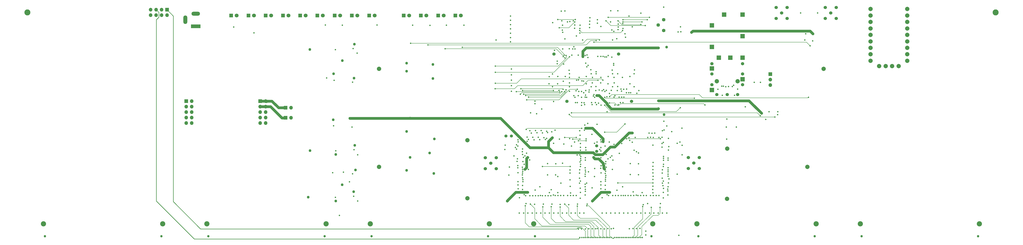
<source format=gbr>
G04 #@! TF.GenerationSoftware,KiCad,Pcbnew,5.1.10-88a1d61d58~88~ubuntu18.04.1*
G04 #@! TF.CreationDate,2021-08-13T15:43:30-04:00*
G04 #@! TF.ProjectId,readout_trenz,72656164-6f75-4745-9f74-72656e7a2e6b,rev?*
G04 #@! TF.SameCoordinates,Original*
G04 #@! TF.FileFunction,Copper,L4,Inr*
G04 #@! TF.FilePolarity,Positive*
%FSLAX46Y46*%
G04 Gerber Fmt 4.6, Leading zero omitted, Abs format (unit mm)*
G04 Created by KiCad (PCBNEW 5.1.10-88a1d61d58~88~ubuntu18.04.1) date 2021-08-13 15:43:30*
%MOMM*%
%LPD*%
G01*
G04 APERTURE LIST*
G04 #@! TA.AperFunction,ComponentPad*
%ADD10R,4.400000X1.800000*%
G04 #@! TD*
G04 #@! TA.AperFunction,ComponentPad*
%ADD11O,4.000000X1.800000*%
G04 #@! TD*
G04 #@! TA.AperFunction,ComponentPad*
%ADD12O,1.800000X4.000000*%
G04 #@! TD*
G04 #@! TA.AperFunction,ComponentPad*
%ADD13O,1.700000X1.700000*%
G04 #@! TD*
G04 #@! TA.AperFunction,ComponentPad*
%ADD14R,1.700000X1.700000*%
G04 #@! TD*
G04 #@! TA.AperFunction,ComponentPad*
%ADD15C,2.000000*%
G04 #@! TD*
G04 #@! TA.AperFunction,ComponentPad*
%ADD16C,1.400000*%
G04 #@! TD*
G04 #@! TA.AperFunction,WasherPad*
%ADD17C,2.794000*%
G04 #@! TD*
G04 #@! TA.AperFunction,WasherPad*
%ADD18C,2.000000*%
G04 #@! TD*
G04 #@! TA.AperFunction,ComponentPad*
%ADD19R,2.000000X2.000000*%
G04 #@! TD*
G04 #@! TA.AperFunction,ComponentPad*
%ADD20C,1.500000*%
G04 #@! TD*
G04 #@! TA.AperFunction,ComponentPad*
%ADD21C,1.620000*%
G04 #@! TD*
G04 #@! TA.AperFunction,ComponentPad*
%ADD22C,1.800000*%
G04 #@! TD*
G04 #@! TA.AperFunction,ComponentPad*
%ADD23R,1.800000X1.800000*%
G04 #@! TD*
G04 #@! TA.AperFunction,ComponentPad*
%ADD24C,1.100000*%
G04 #@! TD*
G04 #@! TA.AperFunction,ComponentPad*
%ADD25C,2.410000*%
G04 #@! TD*
G04 #@! TA.AperFunction,ComponentPad*
%ADD26C,1.524000*%
G04 #@! TD*
G04 #@! TA.AperFunction,ViaPad*
%ADD27C,1.270000*%
G04 #@! TD*
G04 #@! TA.AperFunction,ViaPad*
%ADD28C,0.635000*%
G04 #@! TD*
G04 #@! TA.AperFunction,Conductor*
%ADD29C,1.270000*%
G04 #@! TD*
G04 #@! TA.AperFunction,Conductor*
%ADD30C,0.147320*%
G04 #@! TD*
G04 #@! TA.AperFunction,Conductor*
%ADD31C,0.254000*%
G04 #@! TD*
G04 APERTURE END LIST*
D10*
X183560000Y-110000000D03*
D11*
X183560000Y-104200000D03*
D12*
X178760000Y-107000000D03*
D13*
X215981600Y-144705400D03*
X213441600Y-149785400D03*
X215981600Y-152325400D03*
X213441600Y-147245400D03*
X213441600Y-152325400D03*
X215981600Y-147245400D03*
X215981600Y-154865400D03*
D14*
X213441600Y-144690000D03*
D13*
X215981600Y-149785400D03*
X213441600Y-154865400D03*
X181692200Y-144692400D03*
X179152200Y-149772400D03*
X181692200Y-152312400D03*
X179152200Y-147232400D03*
X179152200Y-152312400D03*
X181692200Y-147232400D03*
X181692200Y-154852400D03*
D14*
X179152200Y-144690000D03*
D13*
X181692200Y-149772400D03*
X179152200Y-154850000D03*
D15*
X513500000Y-102000000D03*
X513500000Y-114000000D03*
X513500000Y-111000000D03*
X513500000Y-123000000D03*
X513500000Y-108000000D03*
X513500000Y-105000000D03*
X513500000Y-117000000D03*
X513500000Y-120000000D03*
X513500000Y-126000000D03*
X496500000Y-114000000D03*
X496500000Y-102000000D03*
X496500000Y-108000000D03*
X496500000Y-105000000D03*
X496500000Y-111000000D03*
X496500000Y-123000000D03*
X496500000Y-117000000D03*
X496500000Y-126000000D03*
X496500000Y-120000000D03*
X500500000Y-128500000D03*
X509500000Y-128500000D03*
X506500000Y-128500000D03*
X503500000Y-128500000D03*
D13*
X450000000Y-137310000D03*
X450000000Y-134770000D03*
D14*
X450000000Y-132230000D03*
D16*
X327460000Y-160900000D03*
X330000000Y-160900000D03*
X369500000Y-168040000D03*
X369500000Y-165500000D03*
D15*
X467230000Y-175200000D03*
X474760000Y-129750000D03*
X429990000Y-190000000D03*
X430010000Y-166740000D03*
X309520000Y-189780000D03*
X309550000Y-162860000D03*
X268610000Y-175230000D03*
X268590000Y-129750000D03*
D17*
X554500000Y-103570000D03*
X105500000Y-103570000D03*
D18*
X425250000Y-135480000D03*
X434850000Y-135480000D03*
D19*
X437175000Y-134580000D03*
X437175000Y-124580000D03*
X437175000Y-114580000D03*
X437175000Y-104580000D03*
D20*
X430050000Y-141680000D03*
X434850000Y-141680000D03*
X425250000Y-141680000D03*
D19*
X422925000Y-139580000D03*
X422925000Y-129580000D03*
X422925000Y-119580000D03*
X422925000Y-109580000D03*
X428600000Y-104580000D03*
X426100000Y-124580000D03*
X431500000Y-124580000D03*
D20*
X422925000Y-137080000D03*
X437175000Y-137080000D03*
X437175000Y-132080000D03*
X437175000Y-127380000D03*
X422925000Y-127380000D03*
X422925000Y-132080000D03*
X379675000Y-122850000D03*
X349725000Y-122850000D03*
X355725000Y-144850000D03*
X385675000Y-144850000D03*
D21*
X400550000Y-111950000D03*
X398050000Y-109450000D03*
X400550000Y-106950000D03*
D22*
X242540000Y-105000000D03*
D23*
X240000000Y-105000000D03*
D13*
X162680000Y-104840000D03*
X162680000Y-102300000D03*
X165220000Y-104840000D03*
X165220000Y-102300000D03*
X167760000Y-104840000D03*
X167760000Y-102300000D03*
X170300000Y-104840000D03*
D14*
X170300000Y-102300000D03*
D24*
X394875000Y-207380000D03*
D25*
X395500000Y-201600000D03*
D24*
X340875000Y-207380000D03*
D25*
X340250000Y-201600000D03*
D23*
X200000000Y-105000000D03*
D22*
X202540000Y-105000000D03*
X226540000Y-105000000D03*
D23*
X224000000Y-105000000D03*
D22*
X210540000Y-105000000D03*
D23*
X208000000Y-105000000D03*
X264000000Y-105000000D03*
D22*
X266540000Y-105000000D03*
X234540000Y-105000000D03*
D23*
X232000000Y-105000000D03*
X216000000Y-105000000D03*
D22*
X218540000Y-105000000D03*
D23*
X256000000Y-105000000D03*
D22*
X258540000Y-105000000D03*
X250540000Y-105000000D03*
D23*
X248000000Y-105000000D03*
D22*
X306540000Y-105000000D03*
D23*
X304000000Y-105000000D03*
X296000000Y-105000000D03*
D22*
X298540000Y-105000000D03*
X290540000Y-105000000D03*
D23*
X288000000Y-105000000D03*
X280000000Y-105000000D03*
D22*
X282540000Y-105000000D03*
D26*
X475520000Y-106390000D03*
X480600000Y-106390000D03*
X480600000Y-101310000D03*
X475520000Y-101310000D03*
X478060000Y-103850000D03*
X455240000Y-103800000D03*
X452700000Y-101260000D03*
X457780000Y-101260000D03*
X457780000Y-106340000D03*
X452700000Y-106340000D03*
X417110000Y-170860000D03*
X412030000Y-170860000D03*
X412030000Y-175940000D03*
X417110000Y-175940000D03*
X414570000Y-173400000D03*
X320350000Y-173480000D03*
X322890000Y-176020000D03*
X317810000Y-176020000D03*
X317810000Y-170940000D03*
X322890000Y-170940000D03*
D14*
X225210001Y-147809999D03*
D13*
X227750001Y-147809999D03*
X227750001Y-152459999D03*
D14*
X225210001Y-152459999D03*
D24*
X546375000Y-207380000D03*
D25*
X547000000Y-201600000D03*
D24*
X492375000Y-207380000D03*
D25*
X491750000Y-201600000D03*
D24*
X470625000Y-207380000D03*
D25*
X471250000Y-201600000D03*
D24*
X416625000Y-207380000D03*
D25*
X416000000Y-201600000D03*
X264500000Y-201600000D03*
D24*
X265125000Y-207380000D03*
D25*
X319750000Y-201600000D03*
D24*
X319125000Y-207380000D03*
X243375000Y-207380000D03*
D25*
X244000000Y-201600000D03*
D24*
X189375000Y-207380000D03*
D25*
X188750000Y-201600000D03*
X113000000Y-201600000D03*
D24*
X113625000Y-207380000D03*
D25*
X168250000Y-201600000D03*
D24*
X167625000Y-207380000D03*
D27*
X251575000Y-125925000D03*
X247475000Y-132025000D03*
X247325000Y-153325000D03*
X248550000Y-169450000D03*
X248500000Y-191000000D03*
D28*
X210600000Y-113100000D03*
X373306300Y-124200000D03*
X432988388Y-137381612D03*
X374093700Y-124200000D03*
X432431612Y-137938388D03*
X377380000Y-128073700D03*
X427474248Y-137752265D03*
X377380000Y-127286300D03*
X428261648Y-137752265D03*
D27*
X363060000Y-124090000D03*
X398110000Y-119980004D03*
D28*
X369470000Y-142080000D03*
X374298831Y-146241169D03*
D27*
X398110000Y-144540000D03*
X445920000Y-150320000D03*
X398110000Y-148200000D03*
D28*
X419730000Y-146480000D03*
X375440000Y-145550000D03*
X414788161Y-143388161D03*
X373193170Y-142955497D03*
X408240000Y-147775661D03*
X373193170Y-146570000D03*
X468500000Y-119100000D03*
X368199998Y-117400000D03*
X368225956Y-141637809D03*
X375536331Y-142600000D03*
X467700000Y-142970000D03*
X361740000Y-208000000D03*
X362440000Y-203965468D03*
X400000000Y-182700000D03*
X399925000Y-180450000D03*
X400475000Y-174025000D03*
X400400000Y-175075000D03*
X400400000Y-189625000D03*
X402780000Y-167420000D03*
X402916402Y-165806402D03*
X333000000Y-183577680D03*
X333000000Y-182022320D03*
X335050000Y-175350000D03*
X364175000Y-178575000D03*
X343427680Y-188500000D03*
X346700000Y-178900000D03*
X346700000Y-173700000D03*
X373880000Y-175340000D03*
X385100000Y-178800000D03*
X385100000Y-173700000D03*
X371420000Y-182032320D03*
X371410000Y-183567680D03*
X381827680Y-188530000D03*
X402575000Y-178575000D03*
X402625000Y-179550000D03*
X364200000Y-179600000D03*
X364190000Y-184415000D03*
X335300000Y-172750000D03*
X373700000Y-172720000D03*
X351450000Y-187175000D03*
X402560000Y-186380000D03*
X402565000Y-184445000D03*
D27*
X257300000Y-165200000D03*
D28*
X364274018Y-186551844D03*
X390580000Y-187130000D03*
D27*
X283000000Y-170800000D03*
X292000000Y-168780000D03*
D28*
X371460000Y-133700000D03*
X356900000Y-132050000D03*
X366933000Y-132050000D03*
X376839000Y-132050000D03*
X386872000Y-132050000D03*
X353725000Y-112821000D03*
X377450000Y-112375000D03*
X381410000Y-133700000D03*
X361410000Y-133700000D03*
X352250000Y-162320000D03*
X400015000Y-158455000D03*
X469625000Y-116800000D03*
D27*
X401925000Y-119700000D03*
D28*
X361600000Y-158460000D03*
X401990000Y-156270000D03*
X400730000Y-158140000D03*
D27*
X400770000Y-150990000D03*
D28*
X357002500Y-162117500D03*
X357800000Y-165530000D03*
D27*
X256975000Y-134025000D03*
D28*
X340890000Y-144750000D03*
X344020000Y-148360000D03*
X351460000Y-133300000D03*
X395580000Y-165140000D03*
X201175000Y-110325000D03*
D27*
X251500000Y-183500000D03*
X337500000Y-187000000D03*
X375500000Y-187000000D03*
X328000000Y-191000000D03*
X367500000Y-191000000D03*
X257675000Y-176675000D03*
D28*
X429770000Y-162330000D03*
X361070000Y-204040002D03*
X442590000Y-136000000D03*
X445430000Y-135980000D03*
X453465000Y-149675000D03*
D27*
X256790000Y-186750000D03*
D28*
X354752680Y-124650000D03*
X354210002Y-127580000D03*
X364925000Y-128850000D03*
X364425000Y-127075000D03*
X361061000Y-163068000D03*
X364617000Y-163068000D03*
X359431830Y-120550000D03*
X359283000Y-163703000D03*
X358925000Y-119500000D03*
X361696000Y-162306000D03*
X358394000Y-162306000D03*
X358395498Y-120475000D03*
X357950000Y-123375000D03*
X359975000Y-161575000D03*
X354711000Y-161544000D03*
X337225000Y-161385000D03*
X358930000Y-142190000D03*
X337875000Y-162525000D03*
X359450000Y-142920000D03*
X338525000Y-158415000D03*
X359718087Y-145371830D03*
X339180000Y-159520000D03*
X360530000Y-145371830D03*
X339825000Y-161505000D03*
X362445024Y-142960161D03*
X340475000Y-162685000D03*
X362540000Y-145440000D03*
X341125000Y-158385000D03*
X363690000Y-145530000D03*
X341780000Y-159400000D03*
X363920093Y-146300081D03*
X342430000Y-161470000D03*
X364133642Y-142829181D03*
X343075000Y-162595000D03*
X364878490Y-142990000D03*
X343725000Y-158375000D03*
X367100569Y-145389962D03*
X344370000Y-159460000D03*
X367400000Y-146340000D03*
X345020000Y-161620000D03*
X367950002Y-142380000D03*
X345680000Y-162510000D03*
X368540000Y-142980000D03*
X346325000Y-158655000D03*
X368920000Y-145400000D03*
X346720000Y-159330000D03*
X369450000Y-146341830D03*
X399770000Y-166070000D03*
X406850000Y-164275000D03*
X335250000Y-177250000D03*
X329050000Y-175250000D03*
X328800000Y-179050000D03*
X335064946Y-178948306D03*
X362075000Y-174025000D03*
X363475000Y-207995000D03*
X338535000Y-188555000D03*
X376925000Y-188515000D03*
X377895000Y-207995000D03*
X364290000Y-204030000D03*
X336700000Y-192230000D03*
X339840000Y-188555000D03*
X364275000Y-207985000D03*
X336420000Y-193280000D03*
X378230000Y-188515000D03*
X378695000Y-207985000D03*
X365065000Y-207995000D03*
X341135000Y-188555000D03*
X379525000Y-188515000D03*
X379485000Y-207995000D03*
X365870000Y-203940000D03*
X340680000Y-192530000D03*
X342440000Y-188555000D03*
X365865000Y-207985000D03*
X338800000Y-192510000D03*
X380830000Y-188515000D03*
X380285000Y-207985000D03*
X366665000Y-207995000D03*
X344365000Y-188555000D03*
X382755000Y-188515000D03*
X381085000Y-207995000D03*
X367480000Y-203950000D03*
X344780000Y-192520000D03*
X345670000Y-188555000D03*
X367465000Y-207985000D03*
X344510000Y-193720000D03*
X384060000Y-188515000D03*
X381885000Y-207985000D03*
X368255000Y-207995000D03*
X346965000Y-188555000D03*
X385355000Y-188515000D03*
X382675000Y-207995000D03*
X369010000Y-203940000D03*
X348765000Y-192515000D03*
X348270000Y-188555000D03*
X369055000Y-207985000D03*
X348440000Y-193650000D03*
X386660000Y-188515000D03*
X383475000Y-207985000D03*
X370675000Y-207995000D03*
X350245000Y-188525000D03*
X388635000Y-188485000D03*
X385095000Y-207995000D03*
X371475000Y-203950000D03*
X352540000Y-192620000D03*
X391090000Y-192730000D03*
X386307680Y-203830000D03*
X351550000Y-188525000D03*
X371475000Y-207985000D03*
X352530000Y-193810000D03*
X389940000Y-188485000D03*
X385895000Y-207985000D03*
X390850000Y-193610000D03*
X372265000Y-207995000D03*
X352845000Y-188525000D03*
X391235000Y-188485000D03*
X386685000Y-207995000D03*
X373080000Y-203960000D03*
X356550000Y-192690000D03*
X393080000Y-192190000D03*
X387937680Y-203800000D03*
X354150000Y-188525000D03*
X373065000Y-207985000D03*
X354720000Y-192515000D03*
X392540000Y-188485000D03*
X394790000Y-194010000D03*
X387485000Y-207985000D03*
X373865000Y-207995000D03*
X356075000Y-188525000D03*
X394465000Y-188485000D03*
X388285000Y-207995000D03*
X360620000Y-192510000D03*
X374665000Y-203865000D03*
X399010000Y-192200000D03*
X389593840Y-203743840D03*
X357380000Y-188525000D03*
X360530000Y-193420000D03*
X374665000Y-207985000D03*
X395770000Y-188485000D03*
X389085000Y-207985000D03*
X398860000Y-194000000D03*
X358675000Y-188525000D03*
X375455000Y-207995000D03*
X397065000Y-188485000D03*
X389875000Y-207995000D03*
X376270000Y-203920000D03*
X365130000Y-192515000D03*
X359980000Y-188525000D03*
X376255000Y-207985000D03*
X364940000Y-193280000D03*
X398370000Y-188485000D03*
X390675000Y-207985000D03*
X365525000Y-128100000D03*
X369275000Y-131100000D03*
X364983006Y-123295985D03*
X364200000Y-123540000D03*
X370130000Y-135040000D03*
X322460000Y-139000000D03*
X370330000Y-145650006D03*
X372410000Y-134970000D03*
X322490000Y-136400000D03*
X371500000Y-146590000D03*
X322480000Y-131380000D03*
X356849998Y-124180000D03*
X355231892Y-123591830D03*
X322470000Y-128450000D03*
X393175000Y-161545000D03*
X379450000Y-146304000D03*
X393825000Y-159585000D03*
X379950000Y-142848170D03*
X394475000Y-161525000D03*
X380510000Y-145401830D03*
X395120000Y-159590000D03*
X381060000Y-142848170D03*
X395775000Y-161575000D03*
X381660000Y-145401830D03*
X396425000Y-159555000D03*
X382100000Y-142870000D03*
X398375000Y-161575000D03*
X402800000Y-162000000D03*
X400420000Y-163842320D03*
X361820000Y-172950000D03*
X347585000Y-187165000D03*
X371470000Y-185360000D03*
X343150000Y-184450000D03*
X333100000Y-185350000D03*
X335100000Y-180250000D03*
X362100000Y-172150000D03*
X364180000Y-188250000D03*
X354290000Y-164620000D03*
X400630000Y-154040000D03*
X381550000Y-184450000D03*
X400500000Y-172150000D03*
X373500000Y-178250000D03*
X337850000Y-176400000D03*
X402560000Y-188280000D03*
X402625000Y-177475000D03*
X406850000Y-178600000D03*
X364205000Y-183275000D03*
X337560000Y-196620000D03*
X333560000Y-196620000D03*
X341560000Y-196610000D03*
X345560000Y-196610000D03*
X339610000Y-196640000D03*
X335610000Y-196640000D03*
X343610000Y-196630000D03*
X347610000Y-196630000D03*
X353610000Y-196650000D03*
X355610000Y-196650000D03*
X349610000Y-196650000D03*
X357610000Y-196640000D03*
X359610000Y-196640000D03*
X361610000Y-196640000D03*
X363610000Y-196640000D03*
X351610000Y-196650000D03*
X376010000Y-196660000D03*
X378010000Y-196660000D03*
X388010000Y-196650000D03*
X372010000Y-196660000D03*
X396010000Y-196640000D03*
X400010000Y-196640000D03*
X398010000Y-196640000D03*
X394010000Y-196650000D03*
X380010000Y-196650000D03*
X382010000Y-196650000D03*
X384010000Y-196650000D03*
X386010000Y-196650000D03*
X374010000Y-196660000D03*
X392010000Y-196650000D03*
X390010000Y-196650000D03*
X402010000Y-196640000D03*
X350500000Y-173750000D03*
X372040000Y-189490000D03*
X388900000Y-178850000D03*
X388900000Y-173750000D03*
X333680000Y-189530000D03*
X369865000Y-207985000D03*
X384285000Y-207995000D03*
X384667680Y-203870000D03*
X349430000Y-188241000D03*
X387830000Y-188301000D03*
X395600000Y-176450000D03*
X395600000Y-178025000D03*
X395550000Y-181075000D03*
X357175000Y-176625000D03*
X357150000Y-178125000D03*
X357150000Y-181200000D03*
X335550000Y-170800000D03*
X361823000Y-160528000D03*
X371478000Y-170945000D03*
X387350000Y-161544000D03*
X367284000Y-160147000D03*
X369705000Y-155456000D03*
X356743000Y-130429000D03*
X366801000Y-130200000D03*
X369219000Y-132050000D03*
X376682000Y-130302000D03*
X379252000Y-132050000D03*
X377600000Y-136300000D03*
X377571000Y-133700000D03*
X389028000Y-139800000D03*
X379068000Y-139800000D03*
X379250000Y-137950000D03*
X369035000Y-139800000D03*
X369189000Y-137922000D03*
X361061000Y-134874000D03*
X360172000Y-135001000D03*
X367440000Y-136300000D03*
X367569000Y-133700000D03*
X348996000Y-132080000D03*
X347472000Y-133350000D03*
X347424000Y-136700000D03*
X348996000Y-138049000D03*
X374729000Y-136700000D03*
X374854000Y-133300000D03*
X384887000Y-133300000D03*
X384889000Y-136700000D03*
X364667000Y-133300000D03*
X364665000Y-136700000D03*
X354915000Y-133300000D03*
X408345000Y-110295000D03*
X400585000Y-101120000D03*
X356899991Y-136300000D03*
X356899991Y-133700000D03*
X356899991Y-140125000D03*
X360075000Y-114525000D03*
X354775000Y-115850000D03*
X353110000Y-102965000D03*
X363000000Y-116350000D03*
X353625000Y-109525000D03*
X353600000Y-111800000D03*
X361825000Y-109471000D03*
X361675000Y-111000000D03*
X361675000Y-113125000D03*
X366325000Y-106005000D03*
X366300000Y-107655000D03*
X366200000Y-109070000D03*
X369825000Y-107000000D03*
X378800000Y-115800000D03*
X371475000Y-110100000D03*
X376525000Y-111700000D03*
X384500000Y-105265000D03*
X390000000Y-103900000D03*
X379500000Y-109030000D03*
X381660000Y-111000000D03*
X382600000Y-113450000D03*
X434290000Y-156730000D03*
X429600000Y-156770000D03*
X386994000Y-130288170D03*
X349900000Y-121180000D03*
X329550000Y-105240000D03*
X329550000Y-107240000D03*
X329550000Y-109240000D03*
X329550000Y-111240000D03*
X329550000Y-113240000D03*
X329550000Y-115240000D03*
X329550000Y-117240000D03*
X329980000Y-129820000D03*
X329980000Y-132520000D03*
X329980000Y-135020000D03*
X329980000Y-140120000D03*
X434870000Y-139180000D03*
X425720000Y-139200000D03*
X376900000Y-116381830D03*
X329970000Y-137540000D03*
X409030000Y-157250000D03*
X353720000Y-120510000D03*
X356840000Y-120420000D03*
X375348170Y-163700000D03*
X337213914Y-163386087D03*
X332320000Y-166970000D03*
X332611000Y-172640000D03*
X335920000Y-174020000D03*
X332960000Y-174630000D03*
X332920000Y-175600000D03*
X335140000Y-183830000D03*
X364350000Y-177560000D03*
X364200000Y-175650000D03*
X371411000Y-167860000D03*
X373639000Y-173760000D03*
X371525000Y-174675000D03*
X371330000Y-175860000D03*
X373510000Y-183790000D03*
X402469000Y-185510000D03*
X400210000Y-183900000D03*
X402770000Y-182680000D03*
X402580000Y-176620000D03*
X402579000Y-175650000D03*
X402620000Y-171100000D03*
X399770000Y-161450000D03*
X333021000Y-162650000D03*
X335040000Y-168190000D03*
X371390000Y-162670000D03*
X364220000Y-176690000D03*
X360950000Y-123370000D03*
X365440000Y-124480000D03*
X372420000Y-123960000D03*
X371420000Y-124000000D03*
X369990000Y-124000002D03*
X374826000Y-123530000D03*
X376530000Y-124360000D03*
X248300000Y-120810000D03*
X256525000Y-120325000D03*
X258440000Y-122430000D03*
X244290000Y-133970000D03*
X256340000Y-135930000D03*
X247720000Y-135100000D03*
X256035000Y-156775000D03*
X247490000Y-156190000D03*
X248500000Y-167740000D03*
X256970000Y-167250000D03*
X258640000Y-169650000D03*
X256325000Y-178425000D03*
X254830000Y-182110000D03*
X248370000Y-189320000D03*
X256800000Y-188820000D03*
X258690000Y-191030000D03*
D27*
X235710000Y-189250000D03*
X236560000Y-167700000D03*
X236450000Y-120780000D03*
D28*
X250237500Y-197762500D03*
X377960000Y-146499986D03*
X466475000Y-113475000D03*
X464075000Y-103860000D03*
X471905000Y-103850000D03*
X466000000Y-116400000D03*
X247075000Y-177925000D03*
X252070000Y-177700000D03*
X362670000Y-208000000D03*
X392280000Y-205000000D03*
X392300000Y-206800000D03*
X365670000Y-177470000D03*
X346290000Y-161960000D03*
X378875000Y-186085000D03*
X340975000Y-185995000D03*
X367420000Y-184980000D03*
X366175000Y-110595000D03*
X364290000Y-185650000D03*
X357200000Y-184230000D03*
X395610000Y-184150000D03*
X379450000Y-110370000D03*
X359310000Y-109436000D03*
X364235000Y-172075000D03*
X362060000Y-171270000D03*
X364236000Y-170941966D03*
X402615000Y-172075000D03*
X400460000Y-171250000D03*
X384470000Y-161630000D03*
X333020000Y-177940000D03*
X335110000Y-178120000D03*
X335265000Y-181175000D03*
X371500000Y-177960000D03*
X373579000Y-181820000D03*
X373560000Y-180940000D03*
X373640000Y-180020000D03*
X335280000Y-182050000D03*
X350160000Y-158210000D03*
X348630000Y-158930000D03*
X386040000Y-163768170D03*
X374350000Y-149600000D03*
X377290000Y-203700000D03*
X377089998Y-208349998D03*
X369840002Y-203850000D03*
X385980000Y-110270000D03*
X376005000Y-102785000D03*
X369810000Y-108550000D03*
X379285000Y-102795000D03*
X382905000Y-115095000D03*
X349080000Y-108300000D03*
X354770000Y-102920000D03*
X409150000Y-169660000D03*
X360930000Y-142170000D03*
X449455000Y-149675000D03*
X362450000Y-146650000D03*
X364360000Y-141970000D03*
X374226708Y-142653045D03*
X438438170Y-147315000D03*
X243700000Y-109460000D03*
X251550000Y-109510000D03*
X267650000Y-109450000D03*
X284150000Y-109530000D03*
X292160000Y-109560000D03*
X299830000Y-109520000D03*
X307940000Y-109510000D03*
X338845000Y-150115000D03*
X341645000Y-150535000D03*
X340900000Y-145930000D03*
X429850000Y-153020000D03*
X386420000Y-186770000D03*
X453375000Y-150975000D03*
X447900000Y-153200000D03*
X350450000Y-178900000D03*
X326905000Y-167195000D03*
X376805000Y-176365000D03*
X353975000Y-135525000D03*
D27*
X293950000Y-178250000D03*
X281355000Y-176800000D03*
X293550000Y-134250000D03*
X281400000Y-130855000D03*
X281355000Y-158800000D03*
X294250000Y-162250000D03*
D28*
X335925000Y-188079510D03*
X374325000Y-188079510D03*
X348940000Y-161630000D03*
X386025000Y-159425000D03*
D27*
X255000000Y-152700000D03*
X283000000Y-152600000D03*
X292000000Y-152700000D03*
D28*
X373500000Y-185725000D03*
X400375000Y-181825000D03*
X395479000Y-185675000D03*
X381650000Y-108000000D03*
X390475000Y-108000000D03*
X381675000Y-107000000D03*
X395600000Y-174975000D03*
X392975000Y-107000000D03*
X430650000Y-137980000D03*
X433450000Y-141980000D03*
X359300000Y-108000000D03*
X352125000Y-110700000D03*
X348450000Y-185750000D03*
X407575000Y-206925000D03*
X407250000Y-112625000D03*
X354040000Y-124040000D03*
X299220000Y-120430000D03*
X354460000Y-123390000D03*
X307210000Y-119790000D03*
X369220000Y-116620000D03*
X291290000Y-118620000D03*
X377550253Y-142882034D03*
X370800000Y-116370000D03*
X283232491Y-117877509D03*
X377940000Y-142190000D03*
X399770000Y-164330000D03*
X408100000Y-163675000D03*
X388874000Y-168783000D03*
X388112000Y-141121830D03*
X386831839Y-167502839D03*
X384358598Y-140819337D03*
X387985000Y-168148000D03*
X385270685Y-140819337D03*
X376500000Y-170125000D03*
X383349500Y-139128500D03*
X384810000Y-162941000D03*
X381000000Y-140080998D03*
X381127000Y-164338000D03*
X382025000Y-139183000D03*
X382618161Y-155288161D03*
X373201830Y-159131000D03*
X383274339Y-162167339D03*
X399025000Y-162170000D03*
X383286000Y-140819337D03*
X377582844Y-164757835D03*
X380725000Y-139171000D03*
X379984000Y-168910000D03*
X381550000Y-112000000D03*
X361650000Y-112000000D03*
X381600000Y-108780000D03*
X374980000Y-188510000D03*
X399925000Y-178125000D03*
X399995000Y-176595000D03*
X403000000Y-180800000D03*
X400450000Y-185225000D03*
X395607000Y-187200000D03*
X379425000Y-107500000D03*
X390000000Y-109125000D03*
X374850000Y-105850000D03*
X395625000Y-173175000D03*
X394000000Y-105850000D03*
X373850000Y-107500000D03*
X392043161Y-109643161D03*
X395625000Y-179575000D03*
X375950000Y-108000000D03*
X395550000Y-182625000D03*
X379350000Y-182625000D03*
X429350000Y-138020000D03*
X427745000Y-141975000D03*
X361870000Y-185070000D03*
X358675000Y-107475000D03*
X357350000Y-187300000D03*
X357025000Y-107800000D03*
X353625000Y-173550000D03*
X400375000Y-187025000D03*
X361575000Y-182700000D03*
X361525000Y-180450000D03*
X361850000Y-189787680D03*
X361975000Y-187025000D03*
X377063000Y-172085000D03*
X376260117Y-139740883D03*
X374781839Y-171445161D03*
X373989371Y-139771886D03*
X375818161Y-170789839D03*
X375412000Y-141138397D03*
X373943161Y-169489839D03*
X373332334Y-140270542D03*
X370675000Y-139522320D03*
X370900000Y-167200000D03*
X371425000Y-166225000D03*
X372025000Y-139900000D03*
X372675000Y-139350000D03*
X373400004Y-165575000D03*
X445330000Y-151470000D03*
X357790000Y-150160000D03*
X356810000Y-150910000D03*
X452150000Y-152130000D03*
X335100000Y-185725000D03*
X336580000Y-188550000D03*
X361975000Y-181825000D03*
X361525000Y-178125000D03*
X361595000Y-176595000D03*
X364800000Y-182700000D03*
X359550000Y-106875000D03*
X351425000Y-106875000D03*
X344325000Y-175050000D03*
X357200000Y-175075000D03*
X353300000Y-107500000D03*
X351450000Y-179675000D03*
X355925000Y-108000000D03*
X352875000Y-182700000D03*
X362000000Y-175075000D03*
X364450000Y-166225000D03*
X364530000Y-167420000D03*
X361940000Y-166120000D03*
X368450000Y-164300000D03*
X361940000Y-164380000D03*
X369700000Y-163675000D03*
X368550000Y-175950000D03*
X373625000Y-177275000D03*
X373700000Y-179150000D03*
X368500000Y-179700000D03*
X355275000Y-139502000D03*
X338455000Y-171958000D03*
X337947000Y-142875000D03*
X353950000Y-139250000D03*
X332740000Y-171450000D03*
X334391000Y-138938000D03*
X354625000Y-140294000D03*
X336550000Y-142113000D03*
X336232501Y-170116501D03*
X331125000Y-170150000D03*
X353325000Y-140324000D03*
X335153000Y-169439500D03*
X335661000Y-141478000D03*
X337016000Y-168825000D03*
X337058000Y-144145000D03*
X360553000Y-139192000D03*
X335125010Y-166875000D03*
X335100000Y-139775000D03*
X349450000Y-139775000D03*
X332250000Y-140325004D03*
X331824990Y-166225000D03*
X352044000Y-139700000D03*
X352298000Y-140462000D03*
X334137000Y-141478000D03*
X332900000Y-165575000D03*
X332350000Y-164925000D03*
X349504000Y-144907000D03*
X349500000Y-164275000D03*
X336804000Y-157861000D03*
X361188000Y-140208000D03*
X362525004Y-157300000D03*
X362450000Y-140200000D03*
X363817155Y-158205949D03*
X364625000Y-162275000D03*
X363516098Y-140861830D03*
X362000000Y-167525000D03*
X364391099Y-139783903D03*
X360450000Y-169684011D03*
X365930000Y-140500000D03*
X366050000Y-139550000D03*
X361708120Y-169686939D03*
X362625000Y-135350000D03*
X364000000Y-155780000D03*
X363400000Y-135375000D03*
X365357499Y-155081839D03*
X356900000Y-138019000D03*
X366933000Y-138019000D03*
X376839000Y-138019000D03*
X386872000Y-138019000D03*
X408510000Y-112535000D03*
X404275000Y-158875000D03*
X359960000Y-139870000D03*
X379430000Y-111500000D03*
X409150000Y-165220000D03*
X469725000Y-113450000D03*
D27*
X413475000Y-112825000D03*
D28*
X364363669Y-157275000D03*
X371390000Y-136300000D03*
X351390000Y-136700000D03*
X327045000Y-165145000D03*
X335100000Y-176327680D03*
X333100000Y-163600000D03*
X362100000Y-170400000D03*
X373500000Y-176327680D03*
X400500000Y-170400000D03*
X351250000Y-126220000D03*
X351230000Y-127400000D03*
X322870000Y-116340000D03*
D27*
X257165000Y-118275000D03*
D28*
X371490000Y-163590000D03*
D27*
X281355000Y-127100000D03*
X293550000Y-127750000D03*
X337490000Y-170820000D03*
X368040000Y-170830000D03*
D28*
X359220000Y-110910000D03*
D29*
X363060000Y-124090000D02*
X363060000Y-121580000D01*
X363060000Y-121580000D02*
X364659996Y-119980004D01*
X364659996Y-119980004D02*
X397211975Y-119980004D01*
X397211975Y-119980004D02*
X398110000Y-119980004D01*
X369470000Y-142080000D02*
X369470000Y-142080000D01*
X398110000Y-144540000D02*
X440140000Y-144540000D01*
X440140000Y-144540000D02*
X445920000Y-150320000D01*
X445920000Y-150320000D02*
X445920000Y-150320000D01*
X374298831Y-146241169D02*
X374298831Y-145792157D01*
X374298831Y-145792157D02*
X370586674Y-142080000D01*
X369919012Y-142080000D02*
X369470000Y-142080000D01*
X370586674Y-142080000D02*
X369919012Y-142080000D01*
X397972999Y-148337001D02*
X376394663Y-148337001D01*
X376394663Y-148337001D02*
X374298831Y-146241169D01*
X398110000Y-148200000D02*
X397972999Y-148337001D01*
D30*
X380626879Y-145920000D02*
X379673918Y-146872961D01*
X379176482Y-146872961D02*
X377853521Y-145550000D01*
X375889012Y-145550000D02*
X375440000Y-145550000D01*
X419170000Y-145920000D02*
X380626879Y-145920000D01*
X379673918Y-146872961D02*
X379176482Y-146872961D01*
X377853521Y-145550000D02*
X375889012Y-145550000D01*
X419730000Y-146480000D02*
X419170000Y-145920000D01*
X414788161Y-143388161D02*
X414788161Y-143388161D01*
X414788161Y-143388161D02*
X414788161Y-143388161D01*
X377798971Y-143400195D02*
X373637868Y-143400195D01*
X377811005Y-143388161D02*
X377798971Y-143400195D01*
X373637868Y-143400195D02*
X373510669Y-143272996D01*
X373510669Y-143272996D02*
X373193170Y-142955497D01*
X414788161Y-143388161D02*
X377811005Y-143388161D01*
X373510669Y-146887499D02*
X373193170Y-146570000D01*
X376183170Y-149560000D02*
X373510669Y-146887499D01*
X408240000Y-147775661D02*
X406455661Y-149560000D01*
X406455661Y-149560000D02*
X376183170Y-149560000D01*
X468500000Y-119100000D02*
X468500000Y-119100000D01*
X466800000Y-117400000D02*
X368199998Y-117400000D01*
X468500000Y-119100000D02*
X466800000Y-117400000D01*
X467700000Y-142970000D02*
X467700000Y-142970000D01*
X375853830Y-142282501D02*
X375536331Y-142600000D01*
X376496331Y-141640000D02*
X375853830Y-142282501D01*
X417040000Y-141640000D02*
X376496331Y-141640000D01*
X418600000Y-143200000D02*
X417040000Y-141640000D01*
X467470000Y-143200000D02*
X418600000Y-143200000D01*
X467700000Y-142970000D02*
X467470000Y-143200000D01*
D31*
X166500000Y-103590000D02*
X165240000Y-102330000D01*
X166500000Y-105810000D02*
X166500000Y-103590000D01*
X165310000Y-107000000D02*
X166500000Y-105810000D01*
X182900000Y-208610000D02*
X165310000Y-191020000D01*
X165310000Y-191020000D02*
X165310000Y-107000000D01*
X361130000Y-208610000D02*
X182900000Y-208610000D01*
X361740000Y-208000000D02*
X361130000Y-208610000D01*
X362122501Y-203647969D02*
X362440000Y-203965468D01*
X361923031Y-203448499D02*
X362122501Y-203647969D01*
X360278710Y-203965468D02*
X360795679Y-203448499D01*
X185805468Y-203965468D02*
X360278710Y-203965468D01*
X173140000Y-191300000D02*
X185805468Y-203965468D01*
X360795679Y-203448499D02*
X361923031Y-203448499D01*
X173140000Y-105240000D02*
X173140000Y-191300000D01*
X170240000Y-102340000D02*
X173140000Y-105240000D01*
D29*
X328634999Y-190365001D02*
X328000000Y-191000000D01*
X332000000Y-187000000D02*
X328634999Y-190365001D01*
X337500000Y-187000000D02*
X332000000Y-187000000D01*
X371500000Y-187000000D02*
X368134999Y-190365001D01*
X375500000Y-187000000D02*
X371500000Y-187000000D01*
X368134999Y-190365001D02*
X367500000Y-191000000D01*
D30*
X359625000Y-120550000D02*
X359625000Y-120550000D01*
X361510012Y-163068000D02*
X364617000Y-163068000D01*
X361061000Y-163068000D02*
X361510012Y-163068000D01*
X359000000Y-119525000D02*
X359000000Y-119525000D01*
X358394000Y-162306000D02*
X361696000Y-162306000D01*
X359944000Y-161544000D02*
X359975000Y-161575000D01*
X354711000Y-161544000D02*
X359944000Y-161544000D01*
X364275000Y-207535988D02*
X364275000Y-207985000D01*
X364275000Y-205028121D02*
X364275000Y-207535988D01*
X362336879Y-203090000D02*
X364275000Y-205028121D01*
X338270000Y-203090000D02*
X362336879Y-203090000D01*
X336420000Y-201240000D02*
X338270000Y-203090000D01*
X336420000Y-193280000D02*
X336420000Y-201240000D01*
X365547501Y-207667501D02*
X365865000Y-207985000D01*
X365351839Y-203901839D02*
X365351839Y-207471839D01*
X364050000Y-202600000D02*
X365351839Y-203901839D01*
X344140000Y-202600000D02*
X364050000Y-202600000D01*
X365351839Y-207471839D02*
X365547501Y-207667501D01*
X340820000Y-199280000D02*
X344140000Y-202600000D01*
X340820000Y-194530000D02*
X340820000Y-199280000D01*
X338800000Y-192510000D02*
X340820000Y-194530000D01*
X366790000Y-202910000D02*
X366790000Y-207310000D01*
X365790000Y-201910000D02*
X366790000Y-202910000D01*
X347850000Y-201910000D02*
X365790000Y-201910000D01*
X344510000Y-198570000D02*
X347850000Y-201910000D01*
X366790000Y-207310000D02*
X367465000Y-207985000D01*
X344510000Y-193720000D02*
X344510000Y-198570000D01*
X368240000Y-207170000D02*
X369055000Y-207985000D01*
X366410000Y-201110000D02*
X368240000Y-202940000D01*
X350450000Y-201110000D02*
X366410000Y-201110000D01*
X368240000Y-202940000D02*
X368240000Y-207170000D01*
X348440000Y-199100000D02*
X350450000Y-201110000D01*
X348440000Y-193650000D02*
X348440000Y-199100000D01*
X371157501Y-207667501D02*
X371475000Y-207985000D01*
X367376879Y-200570000D02*
X370418161Y-203611282D01*
X370418161Y-206928161D02*
X371157501Y-207667501D01*
X355030000Y-200570000D02*
X367376879Y-200570000D01*
X352530000Y-198070000D02*
X355030000Y-200570000D01*
X370418161Y-203611282D02*
X370418161Y-206928161D01*
X352530000Y-193810000D02*
X352530000Y-198070000D01*
X390850000Y-193610000D02*
X390850000Y-199310000D01*
X390850000Y-199310000D02*
X386960000Y-203200000D01*
X386960000Y-206920000D02*
X385895000Y-207985000D01*
X386960000Y-203200000D02*
X386960000Y-206920000D01*
X356550000Y-197670000D02*
X356550000Y-194345000D01*
X358780000Y-199900000D02*
X356550000Y-197670000D01*
X369020000Y-199900000D02*
X358780000Y-199900000D01*
X356550000Y-194345000D02*
X354720000Y-192515000D01*
X372340000Y-203220000D02*
X369020000Y-199900000D01*
X372340000Y-207260000D02*
X372340000Y-203220000D01*
X373065000Y-207985000D02*
X372340000Y-207260000D01*
X394790000Y-194010000D02*
X394790000Y-196950000D01*
X394790000Y-196950000D02*
X388580000Y-203160000D01*
X388580000Y-206890000D02*
X387485000Y-207985000D01*
X388580000Y-203160000D02*
X388580000Y-206890000D01*
X374665000Y-207985000D02*
X373980000Y-207300000D01*
X373980000Y-207300000D02*
X373980000Y-203180000D01*
X373980000Y-203180000D02*
X369860000Y-199060000D01*
X369860000Y-199060000D02*
X361890000Y-199060000D01*
X360530000Y-197700000D02*
X360530000Y-193420000D01*
X361890000Y-199060000D02*
X360530000Y-197700000D01*
X389085000Y-207985000D02*
X390440000Y-206630000D01*
X390440000Y-206630000D02*
X390440000Y-202910000D01*
X390440000Y-202910000D02*
X395660000Y-197690000D01*
X395660000Y-197690000D02*
X397940000Y-197690000D01*
X397940000Y-197690000D02*
X398860000Y-196770000D01*
X398860000Y-196770000D02*
X398860000Y-194000000D01*
X398860000Y-194000000D02*
X398860000Y-194000000D01*
X376255000Y-207985000D02*
X375470000Y-207200000D01*
X375470000Y-207200000D02*
X375470000Y-202860000D01*
X365890000Y-193280000D02*
X364940000Y-193280000D01*
X375470000Y-202860000D02*
X365890000Y-193280000D01*
X365558121Y-135040000D02*
X363097282Y-137500839D01*
X370130000Y-135040000D02*
X365558121Y-135040000D01*
X322460000Y-139000000D02*
X322460000Y-139000000D01*
X363097282Y-137500839D02*
X332859161Y-137500839D01*
X332859161Y-137500839D02*
X331360000Y-139000000D01*
X331360000Y-139000000D02*
X322460000Y-139000000D01*
X372410000Y-134970000D02*
X371795839Y-134355839D01*
X322490000Y-136400000D02*
X322490000Y-136400000D01*
X371795839Y-134355839D02*
X334424161Y-134355839D01*
X332380000Y-136400000D02*
X322490000Y-136400000D01*
X334424161Y-134355839D02*
X332380000Y-136400000D01*
X322480000Y-131380000D02*
X322480000Y-131380000D01*
X349650000Y-131380000D02*
X349900000Y-131130000D01*
X322480000Y-131380000D02*
X349650000Y-131380000D01*
X349649998Y-131380000D02*
X349900000Y-131130000D01*
X356532499Y-124497499D02*
X356849998Y-124180000D01*
X349900000Y-131130000D02*
X356532499Y-124497499D01*
X355549391Y-124620168D02*
X351719559Y-128450000D01*
X355549391Y-123909329D02*
X355549391Y-124620168D01*
X355231892Y-123591830D02*
X355549391Y-123909329D01*
X351719559Y-128450000D02*
X322470000Y-128450000D01*
X322470000Y-128450000D02*
X322470000Y-128450000D01*
D29*
X347140000Y-166290000D02*
X347140000Y-166290000D01*
X325001169Y-152700000D02*
X338591169Y-166290000D01*
X255000000Y-152700000D02*
X292000000Y-152700000D01*
X338591169Y-166290000D02*
X347140000Y-166290000D01*
X347140000Y-163430000D02*
X348940000Y-161630000D01*
X347140000Y-166290000D02*
X347140000Y-163430000D01*
X292000000Y-152700000D02*
X325001169Y-152700000D01*
X349454501Y-168604501D02*
X367900739Y-168604501D01*
X368798239Y-169502001D02*
X372333337Y-169502001D01*
X347140000Y-166290000D02*
X349454501Y-168604501D01*
X367900739Y-168604501D02*
X368798239Y-169502001D01*
X385575988Y-159425000D02*
X386025000Y-159425000D01*
X372333337Y-169502001D02*
X375830837Y-166004501D01*
X375830837Y-166004501D02*
X377862837Y-166004501D01*
X377862837Y-166004501D02*
X384442338Y-159425000D01*
X384442338Y-159425000D02*
X385575988Y-159425000D01*
D30*
X382099012Y-108000000D02*
X381650000Y-108000000D01*
X390475000Y-108000000D02*
X382099012Y-108000000D01*
X381675000Y-107000000D02*
X392975000Y-107000000D01*
X392975000Y-107000000D02*
X392975000Y-107000000D01*
X356600000Y-110700000D02*
X359300000Y-108000000D01*
X352125000Y-110700000D02*
X356600000Y-110700000D01*
X407575000Y-206925000D02*
X407575000Y-206925000D01*
X354040000Y-123736879D02*
X350733121Y-120430000D01*
X354040000Y-124040000D02*
X354040000Y-123736879D01*
X350733121Y-120430000D02*
X299220000Y-120430000D01*
X299220000Y-120430000D02*
X299220000Y-120430000D01*
X354460000Y-122940988D02*
X351309012Y-119790000D01*
X354460000Y-123390000D02*
X354460000Y-122940988D01*
X351309012Y-119790000D02*
X307210000Y-119790000D01*
X307210000Y-119790000D02*
X307210000Y-119790000D01*
X364710000Y-118620000D02*
X291290000Y-118620000D01*
X366710000Y-116620000D02*
X364710000Y-118620000D01*
X369220000Y-116620000D02*
X366710000Y-116620000D01*
X291290000Y-118620000D02*
X291191839Y-118620000D01*
X370482501Y-116052501D02*
X365047499Y-116052501D01*
X370800000Y-116370000D02*
X370482501Y-116052501D01*
X363222491Y-117877509D02*
X283232491Y-117877509D01*
X365047499Y-116052501D02*
X363222491Y-117877509D01*
X283232491Y-117877509D02*
X283232491Y-117877509D01*
X382618161Y-155288161D02*
X378775322Y-159131000D01*
X378775322Y-159131000D02*
X373201830Y-159131000D01*
X399022339Y-162167339D02*
X399025000Y-162170000D01*
X383274339Y-162167339D02*
X399022339Y-162167339D01*
X381232501Y-112317499D02*
X381550000Y-112000000D01*
X380556839Y-112993161D02*
X381232501Y-112317499D01*
X362643161Y-112993161D02*
X380556839Y-112993161D01*
X361650000Y-112000000D02*
X362643161Y-112993161D01*
X390000000Y-109125000D02*
X390000000Y-109125000D01*
X389815000Y-109310000D02*
X390000000Y-109125000D01*
X381235000Y-109310000D02*
X389815000Y-109310000D01*
X379425000Y-107500000D02*
X381235000Y-109310000D01*
X374850000Y-105850000D02*
X394000000Y-105850000D01*
X394000000Y-105850000D02*
X394000000Y-105850000D01*
X375993161Y-109643161D02*
X392043161Y-109643161D01*
X373850000Y-107500000D02*
X375993161Y-109643161D01*
X392043161Y-109643161D02*
X392043161Y-109643161D01*
X379350000Y-182625000D02*
X395550000Y-182625000D01*
D29*
X216370000Y-144830000D02*
X216400000Y-144860000D01*
X213441600Y-144690000D02*
X218910000Y-144690000D01*
X218910000Y-144690000D02*
X222030000Y-147810000D01*
X222030000Y-147810000D02*
X225220000Y-147810000D01*
X213441600Y-147245400D02*
X218315400Y-147245400D01*
X218315400Y-147245400D02*
X223550000Y-152480000D01*
X223550000Y-152480000D02*
X225220000Y-152480000D01*
D30*
X445330000Y-151470000D02*
X445330000Y-151470000D01*
X357790000Y-150160000D02*
X400363221Y-150160000D01*
X400363221Y-150160000D02*
X400368882Y-150154339D01*
X444014339Y-150154339D02*
X445330000Y-151470000D01*
X400368882Y-150154339D02*
X444014339Y-150154339D01*
X452150000Y-152130000D02*
X452150000Y-152130000D01*
X444830000Y-152130000D02*
X452150000Y-152130000D01*
X358030000Y-152130000D02*
X444830000Y-152130000D01*
X356810000Y-150910000D02*
X358030000Y-152130000D01*
X359550000Y-106875000D02*
X351425000Y-106875000D01*
X351425000Y-106875000D02*
X351425000Y-106875000D01*
X357175000Y-175050000D02*
X357200000Y-175075000D01*
X344325000Y-175050000D02*
X357175000Y-175050000D01*
X352810879Y-142875000D02*
X337947000Y-142875000D01*
X355275000Y-140410879D02*
X352810879Y-142875000D01*
X355275000Y-139502000D02*
X355275000Y-140410879D01*
X353950000Y-139250000D02*
X353950000Y-139250000D01*
X353632501Y-138932501D02*
X353950000Y-139250000D01*
X334391000Y-138938000D02*
X353632501Y-138932501D01*
X354625000Y-140294000D02*
X352806000Y-142113000D01*
X352806000Y-142113000D02*
X336550000Y-142113000D01*
X336550000Y-142113000D02*
X336550000Y-142113000D01*
X353325000Y-140324000D02*
X352171000Y-141478000D01*
X352171000Y-141478000D02*
X335661000Y-141478000D01*
X335661000Y-141478000D02*
X335661000Y-141478000D01*
X337058000Y-144145000D02*
X337058000Y-144145000D01*
X356997000Y-139192000D02*
X352044000Y-144145000D01*
X352044000Y-144145000D02*
X337058000Y-144145000D01*
X360553000Y-139192000D02*
X356997000Y-139192000D01*
X335100000Y-139775000D02*
X335100000Y-139775000D01*
X349450000Y-139775000D02*
X335100000Y-139775000D01*
X334150000Y-140325000D02*
X334150000Y-140325000D01*
X332250000Y-140325004D02*
X351418996Y-140325004D01*
X351418996Y-140325004D02*
X352044000Y-139700000D01*
X334137000Y-141478000D02*
X334137000Y-141478000D01*
X334899000Y-140716000D02*
X334137000Y-141478000D01*
X352044000Y-140716000D02*
X334899000Y-140716000D01*
X352298000Y-140462000D02*
X352044000Y-140716000D01*
X337365000Y-157300000D02*
X362525004Y-157300000D01*
X336804000Y-157861000D02*
X337365000Y-157300000D01*
X363575000Y-141000000D02*
X363575000Y-141000000D01*
D29*
X468465001Y-112190001D02*
X469407501Y-113132501D01*
X469407501Y-113132501D02*
X469725000Y-113450000D01*
X414109999Y-112190001D02*
X468465001Y-112190001D01*
X413475000Y-112825000D02*
X414109999Y-112190001D01*
X372500000Y-162182338D02*
X372500000Y-163500000D01*
X367592662Y-157275000D02*
X372500000Y-162182338D01*
X364363669Y-157275000D02*
X367592662Y-157275000D01*
D31*
X372029012Y-163500000D02*
X372500000Y-163500000D01*
X371939012Y-163590000D02*
X372029012Y-163500000D01*
X371490000Y-163590000D02*
X371939012Y-163590000D01*
D29*
X372800499Y-175858161D02*
X373137837Y-176195499D01*
X372800499Y-174600499D02*
X372800499Y-175858161D01*
X372559499Y-174359499D02*
X372800499Y-174600499D01*
X372559499Y-173599499D02*
X372559499Y-174359499D01*
X370424999Y-171464999D02*
X372559499Y-173599499D01*
X368674999Y-171464999D02*
X370424999Y-171464999D01*
X368040000Y-170830000D02*
X368674999Y-171464999D01*
X336999501Y-171310499D02*
X336999501Y-175570499D01*
X337490000Y-170820000D02*
X336999501Y-171310499D01*
X336999501Y-175570499D02*
X336230000Y-176340000D01*
D31*
X336217680Y-176327680D02*
X336230000Y-176340000D01*
X335100000Y-176327680D02*
X336217680Y-176327680D01*
M02*

</source>
